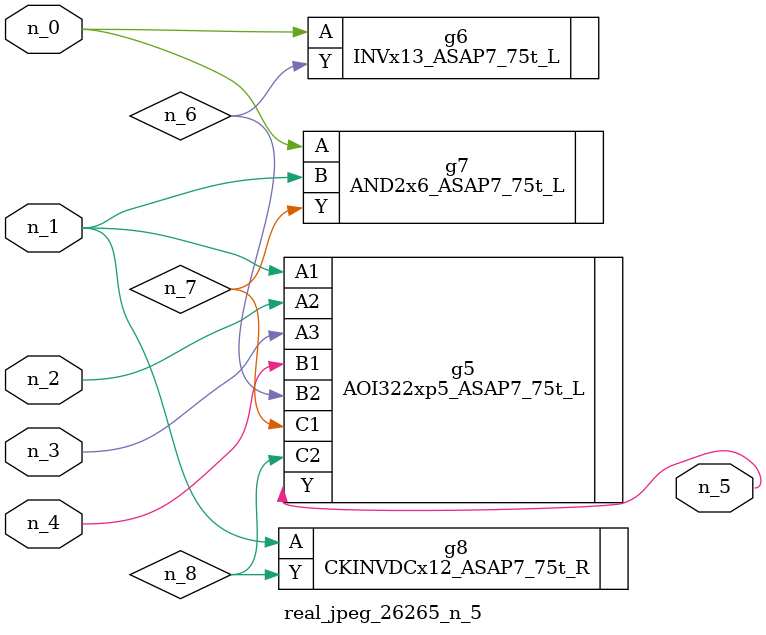
<source format=v>
module real_jpeg_26265_n_5 (n_4, n_0, n_1, n_2, n_3, n_5);

input n_4;
input n_0;
input n_1;
input n_2;
input n_3;

output n_5;

wire n_8;
wire n_6;
wire n_7;

INVx13_ASAP7_75t_L g6 ( 
.A(n_0),
.Y(n_6)
);

AND2x6_ASAP7_75t_L g7 ( 
.A(n_0),
.B(n_1),
.Y(n_7)
);

AOI322xp5_ASAP7_75t_L g5 ( 
.A1(n_1),
.A2(n_2),
.A3(n_3),
.B1(n_4),
.B2(n_6),
.C1(n_7),
.C2(n_8),
.Y(n_5)
);

CKINVDCx12_ASAP7_75t_R g8 ( 
.A(n_1),
.Y(n_8)
);


endmodule
</source>
